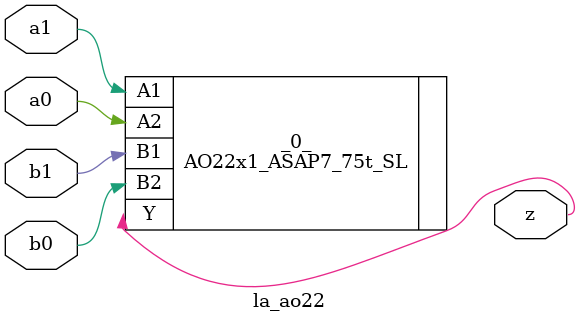
<source format=v>
/* Generated by Yosys 0.37 (git sha1 a5c7f69ed, clang 14.0.0-1ubuntu1.1 -fPIC -Os) */

module la_ao22(a0, a1, b0, b1, z);
  input a0;
  wire a0;
  input a1;
  wire a1;
  input b0;
  wire b0;
  input b1;
  wire b1;
  output z;
  wire z;
  AO22x1_ASAP7_75t_SL _0_ (
    .A1(a1),
    .A2(a0),
    .B1(b1),
    .B2(b0),
    .Y(z)
  );
endmodule

</source>
